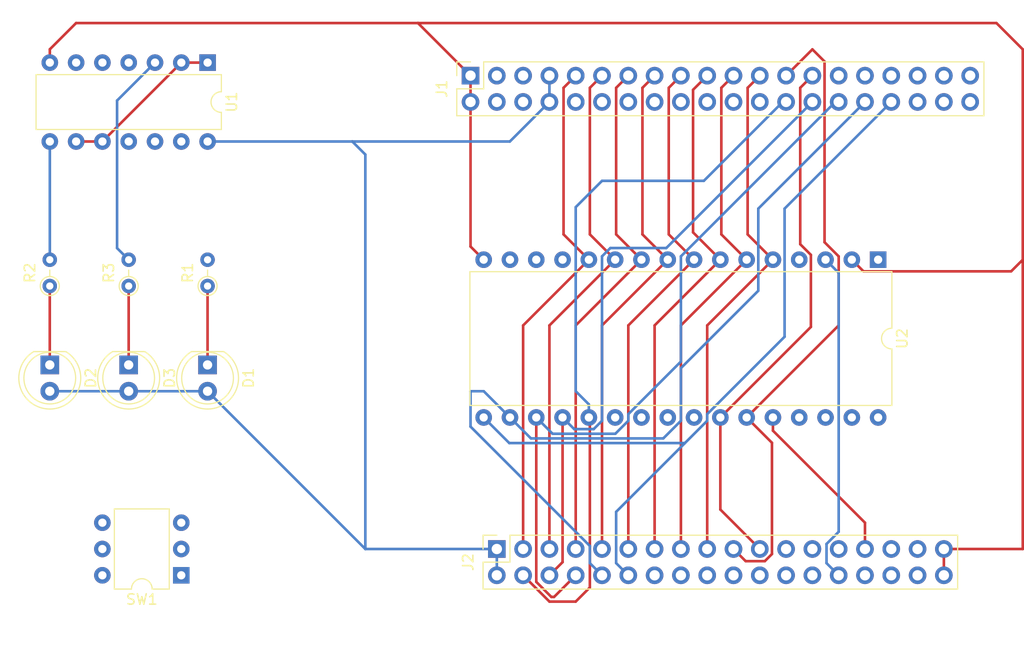
<source format=kicad_pcb>
(kicad_pcb (version 20211014) (generator pcbnew)
  (layers (0 "F.Cu" signal) (1 "In1.Cu" signal) (2 "In2.Cu" signal) (31 "B.Cu" signal) (34 "B.Paste" user) (35 "F.Paste" user) (36 "B.SilkS" user "B.Silkscreen") (37 "F.SilkS" user "F.Silkscreen") (38 "B.Mask" user) (39 "F.Mask" user) (44 "Edge.Cuts" user))
  (net 0 "")
  (net 1 "Net-(D1-Pad1)")
  (net 2 "GND")
  (net 4 "+5V")
  (net 5 "/A0")
  (net 6 "/A1")
  (net 7 "/A2")
  (net 8 "/A3")
  (net 9 "/A4")
  (net 10 "/A5")
  (net 11 "/A6")
  (net 12 "/A7")
  (net 13 "/A8")
  (net 14 "/A9")
  (net 15 "/A10")
  (net 16 "/A11")
  (net 17 "/A12")
  (net 18 "/A13")
  (net 19 "/A14")
  (net 20 "/A15")
  (net 21 "/D0")
  (net 22 "/D1")
  (net 23 "/D2")
  (net 24 "/D3")
  (net 25 "/D4")
  (net 26 "/D5")
  (net 27 "/D6")
  (net 28 "/D7")
  (net 29 "/A16")
  (net 30 "/CE#")
  (net 31 "/OE#")
  (net 32 "/WE#")
  (net 41 "Net-(R2-Pad1)")
  (net 42 "Net-(R3-Pad1)")
  (net 43 "Net-(SW1-Pad6)")
  (net 44 "Net-(SW1-Pad5)")
  (net 45 "Net-(R3-Pad2)")
  (footprint "LED_THT:LED_D5.0mm" (layer "F.Cu") (at 93.98 50.8 -90)
    (fp_text reference "D1" (at 1.27 -3.96 90) (layer "F.SilkS"))
    (fp_text value "Red")
    (fp_line (start -1.29 -1.545) (end -1.29 1.545) (layer "F.SilkS") (width 0.12))
    (fp_arc (start 4.26 -0.000462) (mid 2.072002 2.880433) (end -1.29 1.54483) (layer "F.SilkS") (width 0.12))
    (fp_arc (start -1.29 -1.54483) (mid 2.072002 -2.880433) (end 4.26 0.000462) (layer "F.SilkS") (width 0.12))
    (fp_circle (center 1.27 0) (end 3.77 0) (layer "F.SilkS") (width 0.12) (fill none))
    (pad "1" thru_hole rect (at 0 0 270) (size 1.8 1.8) (drill 0.9) (layers *.Cu *.Mask) (net 1 "Net-(D1-Pad1)"))
    (pad "2" thru_hole circle (at 2.54 0 270) (size 1.8 1.8) (drill 0.9) (layers *.Cu *.Mask) (net 4 "+5V"))
  )
  (footprint "Resistor_THT:R_Axial_DIN0204_L3.6mm_D1.6mm_P2.54mm_Vertical" (layer "F.Cu") (at 78.74 43.18 90)
    (fp_text reference "R2" (at 1.27 -1.92 90) (layer "F.SilkS"))
    (fp_text value "1k")
    (fp_line (start 0.92 0) (end 1.54 0) (layer "F.SilkS") (width 0.12))
    (fp_circle (center 0 0) (end 0.92 0) (layer "F.SilkS") (width 0.12) (fill none))
    (pad "1" thru_hole circle (at 0 0 90) (size 1.4 1.4) (drill 0.7) (layers *.Cu *.Mask) (net 41 "Net-(R2-Pad1)"))
    (pad "2" thru_hole oval (at 2.54 0 90) (size 1.4 1.4) (drill 0.7) (layers *.Cu *.Mask) (net 44 "Net-(SW1-Pad5)"))
  )
  (footprint "Resistor_THT:R_Axial_DIN0204_L3.6mm_D1.6mm_P2.54mm_Vertical" (layer "F.Cu") (at 86.36 43.18 90)
    (fp_text reference "R3" (at 1.27 -1.92 90) (layer "F.SilkS"))
    (fp_text value "220")
    (fp_line (start 0.92 0) (end 1.54 0) (layer "F.SilkS") (width 0.12))
    (fp_circle (center 0 0) (end 0.92 0) (layer "F.SilkS") (width 0.12) (fill none))
    (pad "1" thru_hole circle (at 0 0 90) (size 1.4 1.4) (drill 0.7) (layers *.Cu *.Mask) (net 42 "Net-(R3-Pad1)"))
    (pad "2" thru_hole oval (at 2.54 0 90) (size 1.4 1.4) (drill 0.7) (layers *.Cu *.Mask) (net 45 "Net-(R3-Pad2)"))
  )
  (footprint "Package_DIP:DIP-14_W7.62mm" (layer "F.Cu") (at 93.985 21.6 -90)
    (fp_text reference "U1" (at 3.81 -2.33 90) (layer "F.SilkS"))
    (fp_text value "74HC00")
    (fp_line (start 1.16 16.57) (end 6.46 16.57) (layer "F.SilkS") (width 0.12))
    (fp_line (start 2.81 -1.33) (end 1.16 -1.33) (layer "F.SilkS") (width 0.12))
    (fp_line (start 6.46 -1.33) (end 4.81 -1.33) (layer "F.SilkS") (width 0.12))
    (fp_line (start 6.46 16.57) (end 6.46 -1.33) (layer "F.SilkS") (width 0.12))
    (fp_line (start 1.16 -1.33) (end 1.16 16.57) (layer "F.SilkS") (width 0.12))
    (fp_arc (start 4.81 -1.33) (mid 3.81 -0.33) (end 2.81 -1.33) (layer "F.SilkS") (width 0.12))
    (pad "1" thru_hole rect (at 0 0 270) (size 1.6 1.6) (drill 0.8) (layers *.Cu *.Mask) (net 20 "/A15"))
    (pad "2" thru_hole oval (at 0 2.54 270) (size 1.6 1.6) (drill 0.8) (layers *.Cu *.Mask) (net 20 "/A15"))
    (pad "3" thru_hole oval (at 0 5.08 270) (size 1.6 1.6) (drill 0.8) (layers *.Cu *.Mask) (net 45 "Net-(R3-Pad2)"))
    (pad "4" thru_hole oval (at 0 7.62 270) (size 1.6 1.6) (drill 0.8) (layers *.Cu *.Mask))
    (pad "5" thru_hole oval (at 0 10.16 270) (size 1.6 1.6) (drill 0.8) (layers *.Cu *.Mask))
    (pad "6" thru_hole oval (at 0 12.7 270) (size 1.6 1.6) (drill 0.8) (layers *.Cu *.Mask))
    (pad "7" thru_hole oval (at 0 15.24 270) (size 1.6 1.6) (drill 0.8) (layers *.Cu *.Mask) (net 2 "GND"))
    (pad "8" thru_hole oval (at 7.62 15.24 270) (size 1.6 1.6) (drill 0.8) (layers *.Cu *.Mask) (net 44 "Net-(SW1-Pad5)"))
    (pad "9" thru_hole oval (at 7.62 12.7 270) (size 1.6 1.6) (drill 0.8) (layers *.Cu *.Mask) (net 20 "/A15"))
    (pad "10" thru_hole oval (at 7.62 10.16 270) (size 1.6 1.6) (drill 0.8) (layers *.Cu *.Mask) (net 20 "/A15"))
    (pad "11" thru_hole oval (at 7.62 7.62 270) (size 1.6 1.6) (drill 0.8) (layers *.Cu *.Mask))
    (pad "12" thru_hole oval (at 7.62 5.08 270) (size 1.6 1.6) (drill 0.8) (layers *.Cu *.Mask))
    (pad "13" thru_hole oval (at 7.62 2.54 270) (size 1.6 1.6) (drill 0.8) (layers *.Cu *.Mask))
    (pad "14" thru_hole oval (at 7.62 0 270) (size 1.6 1.6) (drill 0.8) (layers *.Cu *.Mask) (net 4 "+5V"))
  )
  (footprint "Package_DIP:DIP-32_W15.24mm" (layer "F.Cu") (at 158.75 40.635 -90)
    (fp_text reference "U2" (at 7.62 -2.33 90) (layer "F.SilkS"))
    (fp_text value "SST39SF010")
    (fp_line (start 14.08 39.43) (end 14.08 -1.33) (layer "F.SilkS") (width 0.12))
    (fp_line (start 14.08 -1.33) (end 8.62 -1.33) (layer "F.SilkS") (width 0.12))
    (fp_line (start 1.16 -1.33) (end 1.16 39.43) (layer "F.SilkS") (width 0.12))
    (fp_line (start 6.62 -1.33) (end 1.16 -1.33) (layer "F.SilkS") (width 0.12))
    (fp_line (start 1.16 39.43) (end 14.08 39.43) (layer "F.SilkS") (width 0.12))
    (fp_arc (start 8.62 -1.33) (mid 7.62 -0.33) (end 6.62 -1.33) (layer "F.SilkS") (width 0.12))
    (pad "1" thru_hole rect (at 0 0 270) (size 1.6 1.6) (drill 0.8) (layers *.Cu *.Mask))
    (pad "2" thru_hole oval (at 0 2.54 270) (size 1.6 1.6) (drill 0.8) (layers *.Cu *.Mask) (net 2 "GND"))
    (pad "3" thru_hole oval (at 0 5.08 270) (size 1.6 1.6) (drill 0.8) (layers *.Cu *.Mask) (net 20 "/A15"))
    (pad "4" thru_hole oval (at 0 7.62 270) (size 1.6 1.6) (drill 0.8) (layers *.Cu *.Mask) (net 17 "/A12"))
    (pad "5" thru_hole oval (at 0 10.16 270) (size 1.6 1.6) (drill 0.8) (layers *.Cu *.Mask) (net 12 "/A7"))
    (pad "6" thru_hole oval (at 0 12.7 270) (size 1.6 1.6) (drill 0.8) (layers *.Cu *.Mask) (net 11 "/A6"))
    (pad "7" thru_hole oval (at 0 15.24 270) (size 1.6 1.6) (drill 0.8) (layers *.Cu *.Mask) (net 10 "/A5"))
    (pad "8" thru_hole oval (at 0 17.78 270) (size 1.6 1.6) (drill 0.8) (layers *.Cu *.Mask) (net 9 "/A4"))
    (pad "9" thru_hole oval (at 0 20.32 270) (size 1.6 1.6) (drill 0.8) (layers *.Cu *.Mask) (net 8 "/A3"))
    (pad "10" thru_hole oval (at 0 22.86 270) (size 1.6 1.6) (drill 0.8) (layers *.Cu *.Mask) (net 7 "/A2"))
    (pad "11" thru_hole oval (at 0 25.4 270) (size 1.6 1.6) (drill 0.8) (layers *.Cu *.Mask) (net 6 "/A1"))
    (pad "12" thru_hole oval (at 0 27.94 270) (size 1.6 1.6) (drill 0.8) (layers *.Cu *.Mask) (net 5 "/A0"))
    (pad "13" thru_hole oval (at 0 30.48 270) (size 1.6 1.6) (drill 0.8) (layers *.Cu *.Mask) (net 21 "/D0"))
    (pad "14" thru_hole oval (at 0 33.02 270) (size 1.6 1.6) (drill 0.8) (layers *.Cu *.Mask) (net 22 "/D1"))
    (pad "15" thru_hole oval (at 0 35.56 270) (size 1.6 1.6) (drill 0.8) (layers *.Cu *.Mask) (net 23 "/D2"))
    (pad "16" thru_hole oval (at 0 38.1 270) (size 1.6 1.6) (drill 0.8) (layers *.Cu *.Mask) (net 2 "GND"))
    (pad "17" thru_hole oval (at 15.24 38.1 270) (size 1.6 1.6) (drill 0.8) (layers *.Cu *.Mask) (net 24 "/D3"))
    (pad "18" thru_hole oval (at 15.24 35.56 270) (size 1.6 1.6) (drill 0.8) (layers *.Cu *.Mask) (net 25 "/D4"))
    (pad "19" thru_hole oval (at 15.24 33.02 270) (size 1.6 1.6) (drill 0.8) (layers *.Cu *.Mask) (net 26 "/D5"))
    (pad "20" thru_hole oval (at 15.24 30.48 270) (size 1.6 1.6) (drill 0.8) (layers *.Cu *.Mask) (net 27 "/D6"))
    (pad "21" thru_hole oval (at 15.24 27.94 270) (size 1.6 1.6) (drill 0.8) (layers *.Cu *.Mask) (net 28 "/D7"))
    (pad "22" thru_hole oval (at 15.24 25.4 270) (size 1.6 1.6) (drill 0.8) (layers *.Cu *.Mask) (net 44 "Net-(SW1-Pad5)"))
    (pad "23" thru_hole oval (at 15.24 22.86 270) (size 1.6 1.6) (drill 0.8) (layers *.Cu *.Mask) (net 15 "/A10"))
    (pad "24" thru_hole oval (at 15.24 20.32 270) (size 1.6 1.6) (drill 0.8) (layers *.Cu *.Mask) (net 45 "Net-(R3-Pad2)"))
    (pad "25" thru_hole oval (at 15.24 17.78 270) (size 1.6 1.6) (drill 0.8) (layers *.Cu *.Mask) (net 16 "/A11"))
    (pad "26" thru_hole oval (at 15.24 15.24 270) (size 1.6 1.6) (drill 0.8) (layers *.Cu *.Mask) (net 14 "/A9"))
    (pad "27" thru_hole oval (at 15.24 12.7 270) (size 1.6 1.6) (drill 0.8) (layers *.Cu *.Mask) (net 13 "/A8"))
    (pad "28" thru_hole oval (at 15.24 10.16 270) (size 1.6 1.6) (drill 0.8) (layers *.Cu *.Mask) (net 18 "/A13"))
    (pad "29" thru_hole oval (at 15.24 7.62 270) (size 1.6 1.6) (drill 0.8) (layers *.Cu *.Mask) (net 19 "/A14"))
    (pad "30" thru_hole oval (at 15.24 5.08 270) (size 1.6 1.6) (drill 0.8) (layers *.Cu *.Mask))
    (pad "31" thru_hole oval (at 15.24 2.54 270) (size 1.6 1.6) (drill 0.8) (layers *.Cu *.Mask) (net 43 "Net-(SW1-Pad6)"))
    (pad "32" thru_hole oval (at 15.24 0 270) (size 1.6 1.6) (drill 0.8) (layers *.Cu *.Mask) (net 4 "+5V"))
  )
  (footprint "Connector_PinSocket_2.54mm:PinSocket_2x18_P2.54mm_Vertical" (layer "F.Cu") (at 121.92 68.58 90)
    (fp_text reference "J2" (at -1.27 -2.77 90) (layer "F.SilkS"))
    (fp_text value "Conn_02x19_Odd_Even")
    (fp_line (start 1.33 -1.33) (end 1.33 0) (layer "F.SilkS") (width 0.12))
    (fp_line (start -3.87 -1.33) (end -1.27 -1.33) (layer "F.SilkS") (width 0.12))
    (fp_line (start 1.33 1.27) (end 1.33 44.51) (layer "F.SilkS") (width 0.12))
    (fp_line (start 0 -1.33) (end 1.33 -1.33) (layer "F.SilkS") (width 0.12))
    (fp_line (start -3.87 44.51) (end 1.33 44.51) (layer "F.SilkS") (width 0.12))
    (fp_line (start -1.27 -1.33) (end -1.27 1.27) (layer "F.SilkS") (width 0.12))
    (fp_line (start -3.87 -1.33) (end -3.87 44.51) (layer "F.SilkS") (width 0.12))
    (fp_line (start -1.27 1.27) (end 1.33 1.27) (layer "F.SilkS") (width 0.12))
    (pad "1" thru_hole rect (at 0 0 90) (size 1.7 1.7) (drill 1) (layers *.Cu *.Mask) (net 4 "+5V"))
    (pad "2" thru_hole oval (at -2.54 0 90) (size 1.7 1.7) (drill 1) (layers *.Cu *.Mask) (net 4 "+5V"))
    (pad "3" thru_hole oval (at 0 2.54 90) (size 1.7 1.7) (drill 1) (layers *.Cu *.Mask) (net 5 "/A0"))
    (pad "4" thru_hole oval (at -2.54 2.54 90) (size 1.7 1.7) (drill 1) (layers *.Cu *.Mask) (net 28 "/D7"))
    (pad "5" thru_hole oval (at 0 5.08 90) (size 1.7 1.7) (drill 1) (layers *.Cu *.Mask) (net 6 "/A1"))
    (pad "6" thru_hole oval (at -2.54 5.08 90) (size 1.7 1.7) (drill 1) (layers *.Cu *.Mask) (net 27 "/D6"))
    (pad "7" thru_hole oval (at 0 7.62 90) (size 1.7 1.7) (drill 1) (layers *.Cu *.Mask) (net 7 "/A2"))
    (pad "8" thru_hole oval (at -2.54 7.62 90) (size 1.7 1.7) (drill 1) (layers *.Cu *.Mask) (net 26 "/D5"))
    (pad "9" thru_hole oval (at 0 10.16 90) (size 1.7 1.7) (drill 1) (layers *.Cu *.Mask) (net 8 "/A3"))
    (pad "10" thru_hole oval (at -2.54 10.16 90) (size 1.7 1.7) (drill 1) (layers *.Cu *.Mask) (net 25 "/D4"))
    (pad "11" thru_hole oval (at 0 12.7 90) (size 1.7 1.7) (drill 1) (layers *.Cu *.Mask) (net 9 "/A4"))
    (pad "12" thru_hole oval (at -2.54 12.7 90) (size 1.7 1.7) (drill 1) (layers *.Cu *.Mask) (net 24 "/D3"))
    (pad "13" thru_hole oval (at 0 15.24 90) (size 1.7 1.7) (drill 1) (layers *.Cu *.Mask) (net 10 "/A5"))
    (pad "14" thru_hole oval (at -2.54 15.24 90) (size 1.7 1.7) (drill 1) (layers *.Cu *.Mask) (net 23 "/D2"))
    (pad "15" thru_hole oval (at 0 17.78 90) (size 1.7 1.7) (drill 1) (layers *.Cu *.Mask) (net 11 "/A6"))
    (pad "16" thru_hole oval (at -2.54 17.78 90) (size 1.7 1.7) (drill 1) (layers *.Cu *.Mask) (net 22 "/D1"))
    (pad "17" thru_hole oval (at 0 20.32 90) (size 1.7 1.7) (drill 1) (layers *.Cu *.Mask) (net 12 "/A7"))
    (pad "18" thru_hole oval (at -2.54 20.32 90) (size 1.7 1.7) (drill 1) (layers *.Cu *.Mask) (net 21 "/D0"))
    (pad "19" thru_hole oval (at 0 22.86 90) (size 1.7 1.7) (drill 1) (layers *.Cu *.Mask) (net 13 "/A8"))
    (pad "20" thru_hole oval (at -2.54 22.86 90) (size 1.7 1.7) (drill 1) (layers *.Cu *.Mask) (net 32 "/WE#"))
    (pad "21" thru_hole oval (at 0 25.4 90) (size 1.7 1.7) (drill 1) (layers *.Cu *.Mask) (net 14 "/A9"))
    (pad "22" thru_hole oval (at -2.54 25.4 90) (size 1.7 1.7) (drill 1) (layers *.Cu *.Mask) (net 31 "/OE#"))
    (pad "23" thru_hole oval (at 0 27.94 90) (size 1.7 1.7) (drill 1) (layers *.Cu *.Mask) (net 15 "/A10"))
    (pad "24" thru_hole oval (at -2.54 27.94 90) (size 1.7 1.7) (drill 1) (layers *.Cu *.Mask) (net 30 "/CE#"))
    (pad "25" thru_hole oval (at 0 30.48 90) (size 1.7 1.7) (drill 1) (layers *.Cu *.Mask) (net 16 "/A11"))
    (pad "26" thru_hole oval (at -2.54 30.48 90) (size 1.7 1.7) (drill 1) (layers *.Cu *.Mask) (net 29 "/A16"))
    (pad "27" thru_hole oval (at 0 33.02 90) (size 1.7 1.7) (drill 1) (layers *.Cu *.Mask) (net 17 "/A12"))
    (pad "28" thru_hole oval (at -2.54 33.02 90) (size 1.7 1.7) (drill 1) (layers *.Cu *.Mask) (net 20 "/A15"))
    (pad "29" thru_hole oval (at 0 35.56 90) (size 1.7 1.7) (drill 1) (layers *.Cu *.Mask) (net 18 "/A13"))
    (pad "30" thru_hole oval (at -2.54 35.56 90) (size 1.7 1.7) (drill 1) (layers *.Cu *.Mask) (net 19 "/A14"))
    (pad "31" thru_hole oval (at 0 38.1 90) (size 1.7 1.7) (drill 1) (layers *.Cu *.Mask))
    (pad "32" thru_hole oval (at -2.54 38.1 90) (size 1.7 1.7) (drill 1) (layers *.Cu *.Mask))
    (pad "33" thru_hole oval (at 0 40.64 90) (size 1.7 1.7) (drill 1) (layers *.Cu *.Mask))
    (pad "34" thru_hole oval (at -2.54 40.64 90) (size 1.7 1.7) (drill 1) (layers *.Cu *.Mask))
    (pad "35" thru_hole oval (at 0 43.18 90) (size 1.7 1.7) (drill 1) (layers *.Cu *.Mask) (net 2 "GND"))
    (pad "36" thru_hole oval (at -2.54 43.18 90) (size 1.7 1.7) (drill 1) (layers *.Cu *.Mask) (net 2 "GND"))
  )
  (footprint "LED_THT:LED_D5.0mm" (layer "F.Cu") (at 86.36 50.8 -90)
    (fp_text reference "D3" (at 1.27 -3.96 90) (layer "F.SilkS"))
    (fp_text value "Yellow")
    (fp_line (start -1.29 -1.545) (end -1.29 1.545) (layer "F.SilkS") (width 0.12))
    (fp_arc (start -1.29 -1.54483) (mid 2.072002 -2.880433) (end 4.26 0.000462) (layer "F.SilkS") (width 0.12))
    (fp_arc (start 4.26 -0.000462) (mid 2.072002 2.880433) (end -1.29 1.54483) (layer "F.SilkS") (width 0.12))
    (fp_circle (center 1.27 0) (end 3.77 0) (layer "F.SilkS") (width 0.12) (fill none))
    (pad "1" thru_hole rect (at 0 0 270) (size 1.8 1.8) (drill 0.9) (layers *.Cu *.Mask) (net 42 "Net-(R3-Pad1)"))
    (pad "2" thru_hole circle (at 2.54 0 270) (size 1.8 1.8) (drill 0.9) (layers *.Cu *.Mask) (net 4 "+5V"))
  )
  (footprint "LED_THT:LED_D5.0mm" (layer "F.Cu") (at 78.74 50.8 -90)
    (fp_text reference "D2" (at 1.27 -3.96 90) (layer "F.SilkS"))
    (fp_text value "Blue")
    (fp_line (start -1.29 -1.545) (end -1.29 1.545) (layer "F.SilkS") (width 0.12))
    (fp_arc (start -1.29 -1.54483) (mid 2.072002 -2.880433) (end 4.26 0.000462) (layer "F.SilkS") (width 0.12))
    (fp_arc (start 4.26 -0.000462) (mid 2.072002 2.880433) (end -1.29 1.54483) (layer "F.SilkS") (width 0.12))
    (fp_circle (center 1.27 0) (end 3.77 0) (layer "F.SilkS") (width 0.12) (fill none))
    (pad "1" thru_hole rect (at 0 0 270) (size 1.8 1.8) (drill 0.9) (layers *.Cu *.Mask) (net 41 "Net-(R2-Pad1)"))
    (pad "2" thru_hole circle (at 2.54 0 270) (size 1.8 1.8) (drill 0.9) (layers *.Cu *.Mask) (net 4 "+5V"))
  )
  (footprint "Resistor_THT:R_Axial_DIN0204_L3.6mm_D1.6mm_P2.54mm_Vertical" (layer "F.Cu") (at 93.98 43.18 90)
    (fp_text reference "R1" (at 1.27 -1.92 90) (layer "F.SilkS"))
    (fp_text value "1k")
    (fp_line (start 0.92 0) (end 1.54 0) (layer "F.SilkS") (width 0.12))
    (fp_circle (center 0 0) (end 0.92 0) (layer "F.SilkS") (width 0.12) (fill none))
    (pad "1" thru_hole circle (at 0 0 90) (size 1.4 1.4) (drill 0.7) (layers *.Cu *.Mask) (net 1 "Net-(D1-Pad1)"))
    (pad "2" thru_hole oval (at 2.54 0 90) (size 1.4 1.4) (drill 0.7) (layers *.Cu *.Mask) (net 43 "Net-(SW1-Pad6)"))
  )
  (footprint "Package_DIP:DIP-6_W7.62mm" (layer "F.Cu") (at 91.44 71.12 180)
    (fp_text reference "SW1" (at 3.81 -2.33) (layer "F.SilkS"))
    (fp_text value "PRG enable")
    (fp_line (start 1.16 6.41) (end 6.46 6.41) (layer "F.SilkS") (width 0.12))
    (fp_line (start 2.81 -1.33) (end 1.16 -1.33) (layer "F.SilkS") (width 0.12))
    (fp_line (start 6.46 -1.33) (end 4.81 -1.33) (layer "F.SilkS") (width 0.12))
    (fp_line (start 1.16 -1.33) (end 1.16 6.41) (layer "F.SilkS") (width 0.12))
    (fp_line (start 6.46 6.41) (end 6.46 -1.33) (layer "F.SilkS") (width 0.12))
    (fp_arc (start 4.81 -1.33) (mid 3.81 -0.33) (end 2.81 -1.33) (layer "F.SilkS") (width 0.12))
    (pad "1" thru_hole rect (at 0 0 180) (size 1.6 1.6) (drill 0.8) (layers *.Cu *.Mask) (net 32 "/WE#"))
    (pad "2" thru_hole oval (at 0 2.54 180) (size 1.6 1.6) (drill 0.8) (layers *.Cu *.Mask) (net 30 "/CE#"))
    (pad "3" thru_hole oval (at 0 5.08 180) (size 1.6 1.6) (drill 0.8) (layers *.Cu *.Mask) (net 31 "/OE#"))
    (pad "4" thru_hole oval (at 7.62 5.08 180) (size 1.6 1.6) (drill 0.8) (layers *.Cu *.Mask) (net 45 "Net-(R3-Pad2)"))
    (pad "5" thru_hole oval (at 7.62 2.54 180) (size 1.6 1.6) (drill 0.8) (layers *.Cu *.Mask) (net 44 "Net-(SW1-Pad5)"))
    (pad "6" thru_hole oval (at 7.62 0 180) (size 1.6 1.6) (drill 0.8) (layers *.Cu *.Mask) (net 43 "Net-(SW1-Pad6)"))
  )
  (footprint "Connector_PinSocket_2.54mm:PinSocket_2x20_P2.54mm_Vertical" (layer "F.Cu") (at 119.38 22.86 90)
    (fp_text reference "J1" (at -1.27 -2.77 90) (layer "F.SilkS"))
    (fp_text value "Conn_02x20_Odd_Even")
    (fp_line (start -1.27 -1.33) (end -1.27 1.27) (layer "F.SilkS") (width 0.12))
    (fp_line (start 0 -1.33) (end 1.33 -1.33) (layer "F.SilkS") (width 0.12))
    (fp_line (start -3.87 49.59) (end 1.33 49.59) (layer "F.SilkS") (width 0.12))
    (fp_line (start -3.87 -1.33) (end -1.27 -1.33) (layer "F.SilkS") (width 0.12))
    (fp_line (start -3.87 -1.33) (end -3.87 49.59) (layer "F.SilkS") (width 0.12))
    (fp_line (start -1.27 1.27) (end 1.33 1.27) (layer "F.SilkS") (width 0.12))
    (fp_line (start 1.33 -1.33) (end 1.33 0) (layer "F.SilkS") (width 0.12))
    (fp_line (start 1.33 1.27) (end 1.33 49.59) (layer "F.SilkS") (width 0.12))
    (pad "1" thru_hole rect (at 0 0 90) (size 1.7 1.7) (drill 1) (layers *.Cu *.Mask) (net 2 "GND"))
    (pad "2" thru_hole oval (at -2.54 0 90) (size 1.7 1.7) (drill 1) (layers *.Cu *.Mask) (net 2 "GND"))
    (pad "3" thru_hole oval (at 0 2.54 90) (size 1.7 1.7) (drill 1) (layers *.Cu *.Mask))
    (pad "4" thru_hole oval (at -2.54 2.54 90) (size 1.7 1.7) (drill 1) (layers *.Cu *.Mask))
    (pad "5" thru_hole oval (at 0 5.08 90) (size 1.7 1.7) (drill 1) (layers *.Cu *.Mask))
    (pad "6" thru_hole oval (at -2.54 5.08 90) (size 1.7 1.7) (drill 1) (layers *.Cu *.Mask))
    (pad "7" thru_hole oval (at 0 7.62 90) (size 1.7 1.7) (drill 1) (layers *.Cu *.Mask) (net 4 "+5V"))
    (pad "8" thru_hole oval (at -2.54 7.62 90) (size 1.7 1.7) (drill 1) (layers *.Cu *.Mask) (net 4 "+5V"))
    (pad "9" thru_hole oval (at 0 10.16 90) (size 1.7 1.7) (drill 1) (layers *.Cu *.Mask) (net 5 "/A0"))
    (pad "10" thru_hole oval (at -2.54 10.16 90) (size 1.7 1.7) (drill 1) (layers *.Cu *.Mask))
    (pad "11" thru_hole oval (at 0 12.7 90) (size 1.7 1.7) (drill 1) (layers *.Cu *.Mask) (net 6 "/A1"))
    (pad "12" thru_hole oval (at -2.54 12.7 90) (size 1.7 1.7) (drill 1) (layers *.Cu *.Mask))
    (pad "13" thru_hole oval (at 0 15.24 90) (size 1.7 1.7) (drill 1) (layers *.Cu *.Mask) (net 7 "/A2"))
    (pad "14" thru_hole oval (at -2.54 15.24 90) (size 1.7 1.7) (drill 1) (layers *.Cu *.Mask))
    (pad "15" thru_hole oval (at 0 17.78 90) (size 1.7 1.7) (drill 1) (layers *.Cu *.Mask) (net 8 "/A3"))
    (pad "16" thru_hole oval (at -2.54 17.78 90) (size 1.7 1.7) (drill 1) (layers *.Cu *.Mask))
    (pad "17" thru_hole oval (at 0 20.32 90) (size 1.7 1.7) (drill 1) (layers *.Cu *.Mask) (net 9 "/A4"))
    (pad "18" thru_hole oval (at -2.54 20.32 90) (size 1.7 1.7) (drill 1) (layers *.Cu *.Mask))
    (pad "19" thru_hole oval (at 0 22.86 90) (size 1.7 1.7) (drill 1) (layers *.Cu *.Mask) (net 10 "/A5"))
    (pad "20" thru_hole oval (at -2.54 22.86 90) (size 1.7 1.7) (drill 1) (layers *.Cu *.Mask))
    (pad "21" thru_hole oval (at 0 25.4 90) (size 1.7 1.7) (drill 1) (layers *.Cu *.Mask) (net 11 "/A6"))
    (pad "22" thru_hole oval (at -2.54 25.4 90) (size 1.7 1.7) (drill 1) (layers *.Cu *.Mask))
    (pad "23" thru_hole oval (at 0 27.94 90) (size 1.7 1.7) (drill 1) (layers *.Cu *.Mask) (net 12 "/A7"))
    (pad "24" thru_hole oval (at -2.54 27.94 90) (size 1.7 1.7) (drill 1) (layers *.Cu *.Mask))
    (pad "25" thru_hole oval (at 0 30.48 90) (size 1.7 1.7) (drill 1) (layers *.Cu *.Mask) (net 13 "/A8"))
    (pad "26" thru_hole oval (at -2.54 30.48 90) (size 1.7 1.7) (drill 1) (layers *.Cu *.Mask) (net 28 "/D7"))
    (pad "27" thru_hole oval (at 0 33.02 90) (size 1.7 1.7) (drill 1) (layers *.Cu *.Mask) (net 14 "/A9"))
    (pad "28" thru_hole oval (at -2.54 33.02 90) (size 1.7 1.7) (drill 1) (layers *.Cu *.Mask) (net 27 "/D6"))
    (pad "29" thru_hole oval (at 0 35.56 90) (size 1.7 1.7) (drill 1) (layers *.Cu *.Mask) (net 15 "/A10"))
    (pad "30" thru_hole oval (at -2.54 35.56 90) (size 1.7 1.7) (drill 1) (layers *.Cu *.Mask) (net 26 "/D5"))
    (pad "31" thru_hole oval (at 0 38.1 90) (size 1.7 1.7) (drill 1) (layers *.Cu *.Mask) (net 16 "/A11"))
    (pad "32" thru_hole oval (at -2.54 38.1 90) (size 1.7 1.7) (drill 1) (layers *.Cu *.Mask) (net 25 "/D4"))
    (pad "33" thru_hole oval (at 0 40.64 90) (size 1.7 1.7) (drill 1) (layers *.Cu *.Mask) (net 17 "/A12"))
    (pad "34" thru_hole oval (at -2.54 40.64 90) (size 1.7 1.7) (drill 1) (layers *.Cu *.Mask) (net 24 "/D3"))
    (pad "35" thru_hole oval (at 0 43.18 90) (size 1.7 1.7) (drill 1) (layers *.Cu *.Mask) (net 18 "/A13"))
    (pad "36" thru_hole oval (at -2.54 43.18 90) (size 1.7 1.7) (drill 1) (layers *.Cu *.Mask) (net 23 "/D2"))
    (pad "37" thru_hole oval (at 0 45.72 90) (size 1.7 1.7) (drill 1) (layers *.Cu *.Mask) (net 19 "/A14"))
    (pad "38" thru_hole oval (at -2.54 45.72 90) (size 1.7 1.7) (drill 1) (layers *.Cu *.Mask) (net 22 "/D1"))
    (pad "39" thru_hole oval (at 0 48.26 90) (size 1.7 1.7) (drill 1) (layers *.Cu *.Mask) (net 20 "/A15"))
    (pad "40" thru_hole oval (at -2.54 48.26 90) (size 1.7 1.7) (drill 1) (layers *.Cu *.Mask) (net 21 "/D0"))
  )
  (segment (start 93.98 43.18) (end 93.98 50.8) (width 0.25) (layer "F.Cu") (net 1))
  (segment (start 81.28 17.78) (end 78.745 20.315) (width 0.25) (layer "F.Cu") (net 2))
  (segment (start 114.3 17.78) (end 81.28 17.78) (width 0.25) (layer "F.Cu") (net 2))
  (segment (start 119.38 22.86) (end 119.38 39.365) (width 0.25) (layer "F.Cu") (net 2))
  (segment (start 172.72 68.58) (end 165.1 68.58) (width 0.25) (layer "F.Cu") (net 2))
  (segment (start 157.334511 41.759511) (end 171.600489 41.759511) (width 0.25) (layer "F.Cu") (net 2))
  (segment (start 171.600489 41.759511) (end 172.72 40.64) (width 0.25) (layer "F.Cu") (net 2))
  (segment (start 78.745 20.315) (end 78.745 21.6) (width 0.25) (layer "F.Cu") (net 2))
  (segment (start 119.38 39.365) (end 120.65 40.635) (width 0.25) (layer "F.Cu") (net 2))
  (segment (start 119.38 22.86) (end 114.3 17.78) (width 0.25) (layer "F.Cu") (net 2))
  (segment (start 165.1 68.58) (end 165.1 71.12) (width 0.25) (layer "F.Cu") (net 2))
  (segment (start 114.3 17.78) (end 170.18 17.78) (width 0.25) (layer "F.Cu") (net 2))
  (segment (start 156.21 40.635) (end 157.334511 41.759511) (width 0.25) (layer "F.Cu") (net 2))
  (segment (start 170.18 17.78) (end 172.72 20.32) (width 0.25) (layer "F.Cu") (net 2))
  (segment (start 172.72 20.32) (end 172.72 68.58) (width 0.25) (layer "F.Cu") (net 2))
  (segment (start 127 25.4) (end 123.18 29.22) (width 0.25) (layer "B.Cu") (net 4))
  (segment (start 109.22 30.48) (end 109.22 68.58) (width 0.25) (layer "B.Cu") (net 4))
  (segment (start 86.36 53.34) (end 93.98 53.34) (width 0.25) (layer "B.Cu") (net 4))
  (segment (start 127 22.86) (end 127 25.4) (width 0.25) (layer "B.Cu") (net 4))
  (segment (start 107.96 29.22) (end 109.22 30.48) (width 0.25) (layer "B.Cu") (net 4))
  (segment (start 78.74 53.34) (end 86.36 53.34) (width 0.25) (layer "B.Cu") (net 4))
  (segment (start 109.22 68.58) (end 121.92 68.58) (width 0.25) (layer "B.Cu") (net 4))
  (segment (start 123.18 29.22) (end 107.96 29.22) (width 0.25) (layer "B.Cu") (net 4))
  (segment (start 121.92 68.58) (end 121.92 71.12) (width 0.25) (layer "B.Cu") (net 4))
  (segment (start 107.96 29.22) (end 93.985 29.22) (width 0.25) (layer "B.Cu") (net 4))
  (segment (start 93.98 53.34) (end 109.22 68.58) (width 0.25) (layer "B.Cu") (net 4))
  (segment (start 128.365489 24.034511) (end 128.365489 38.190489) (width 0.25) (layer "F.Cu") (net 5))
  (segment (start 130.81 40.635) (end 124.46 46.985) (width 0.25) (layer "F.Cu") (net 5))
  (segment (start 124.46 46.985) (end 124.46 68.58) (width 0.25) (layer "F.Cu") (net 5))
  (segment (start 129.54 22.86) (end 128.365489 24.034511) (width 0.25) (layer "F.Cu") (net 5))
  (segment (start 128.365489 38.190489) (end 130.81 40.635) (width 0.25) (layer "F.Cu") (net 5))
  (segment (start 130.905489 24.034511) (end 130.905489 38.190489) (width 0.25) (layer "F.Cu") (net 6))
  (segment (start 132.08 22.86) (end 130.905489 24.034511) (width 0.25) (layer "F.Cu") (net 6))
  (segment (start 133.35 40.635) (end 127 46.985) (width 0.25) (layer "F.Cu") (net 6))
  (segment (start 127 46.985) (end 127 68.58) (width 0.25) (layer "F.Cu") (net 6))
  (segment (start 130.905489 38.190489) (end 133.35 40.635) (width 0.25) (layer "F.Cu") (net 6))
  (segment (start 133.445489 38.190489) (end 135.89 40.635) (width 0.25) (layer "F.Cu") (net 7))
  (segment (start 134.62 22.86) (end 133.445489 24.034511) (width 0.25) (layer "F.Cu") (net 7))
  (segment (start 129.54 46.985) (end 129.54 68.58) (width 0.25) (layer "F.Cu") (net 7))
  (segment (start 133.445489 24.034511) (end 133.445489 38.190489) (width 0.25) (layer "F.Cu") (net 7))
  (segment (start 135.89 40.635) (end 129.54 46.985) (width 0.25) (layer "F.Cu") (net 7))
  (segment (start 135.985489 24.034511) (end 135.985489 38.190489) (width 0.25) (layer "F.Cu") (net 8))
  (segment (start 132.08 68.58) (end 132.08 46.985) (width 0.25) (layer "F.Cu") (net 8))
  (segment (start 132.08 46.985) (end 138.43 40.635) (width 0.25) (layer "F.Cu") (net 8))
  (segment (start 137.16 22.86) (end 135.985489 24.034511) (width 0.25) (layer "F.Cu") (net 8))
  (segment (start 135.985489 38.190489) (end 138.43 40.635) (width 0.25) (layer "F.Cu") (net 8))
  (segment (start 138.525489 24.034511) (end 138.525489 38.190489) (width 0.25) (layer "F.Cu") (net 9))
  (segment (start 139.7 22.86) (end 138.525489 24.034511) (width 0.25) (layer "F.Cu") (net 9))
  (segment (start 140.97 40.635) (end 134.62 46.985) (width 0.25) (layer "F.Cu") (net 9))
  (segment (start 138.525489 38.190489) (end 140.97 40.635) (width 0.25) (layer "F.Cu") (net 9))
  (segment (start 134.62 46.985) (end 134.62 68.58) (width 0.25) (layer "F.Cu") (net 9))
  (segment (start 140.874511 24.225489) (end 140.874511 37.999511) (width 0.25) (layer "F.Cu") (net 10))
  (segment (start 143.51 40.635) (end 137.16 46.985) (width 0.25) (layer "F.Cu") (net 10))
  (segment (start 142.24 22.86) (end 140.874511 24.225489) (width 0.25) (layer "F.Cu") (net 10))
  (segment (start 137.16 46.985) (end 137.16 68.58) (width 0.25) (layer "F.Cu") (net 10))
  (segment (start 140.874511 37.999511) (end 143.51 40.635) (width 0.25) (layer "F.Cu") (net 10))
  (segment (start 146.05 40.635) (end 139.7 46.985) (width 0.25) (layer "F.Cu") (net 11))
  (segment (start 139.7 46.985) (end 139.7 68.58) (width 0.25) (layer "F.Cu") (net 11))
  (segment (start 144.78 22.86) (end 143.605489 24.034511) (width 0.25) (layer "F.Cu") (net 11))
  (segment (start 143.605489 24.034511) (end 143.605489 38.190489) (width 0.25) (layer "F.Cu") (net 11))
  (segment (start 143.605489 38.190489) (end 146.05 40.635) (width 0.25) (layer "F.Cu") (net 11))
  (segment (start 148.59 40.635) (end 142.24 46.985) (width 0.25) (layer "F.Cu") (net 12))
  (segment (start 142.24 46.985) (end 142.24 68.58) (width 0.25) (layer "F.Cu") (net 12))
  (segment (start 146.145489 38.190489) (end 148.59 40.635) (width 0.25) (layer "F.Cu") (net 12))
  (segment (start 147.32 22.86) (end 146.145489 24.034511) (width 0.25) (layer "F.Cu") (net 12))
  (segment (start 146.145489 24.034511) (end 146.145489 38.190489) (width 0.25) (layer "F.Cu") (net 12))
  (segment (start 145.954511 69.754511) (end 144.78 68.58) (width 0.25) (layer "F.Cu") (net 13))
  (segment (start 154.94 46.985) (end 146.05 55.875) (width 0.25) (layer "F.Cu") (net 13))
  (segment (start 153.574511 21.494511) (end 153.574511 38.949211) (width 0.25) (layer "F.Cu") (net 13))
  (segment (start 148.494511 58.319511) (end 148.494511 69.066499) (width 0.25) (layer "F.Cu") (net 13))
  (segment (start 147.806499 69.754511) (end 145.954511 69.754511) (width 0.25) (layer "F.Cu") (net 13))
  (segment (start 152.4 20.32) (end 153.574511 21.494511) (width 0.25) (layer "F.Cu") (net 13))
  (segment (start 149.86 22.86) (end 152.4 20.32) (width 0.25) (layer "F.Cu") (net 13))
  (segment (start 153.574511 38.949211) (end 154.94 40.3147) (width 0.25) (layer "F.Cu") (net 13))
  (segment (start 154.94 40.3147) (end 154.94 46.985) (width 0.25) (layer "F.Cu") (net 13))
  (segment (start 148.494511 69.066499) (end 147.806499 69.754511) (width 0.25) (layer "F.Cu") (net 13))
  (segment (start 146.05 55.875) (end 148.494511 58.319511) (width 0.25) (layer "F.Cu") (net 13))
  (segment (start 152.254511 47.130489) (end 143.51 55.875) (width 0.25) (layer "F.Cu") (net 14))
  (segment (start 151.225489 39.140189) (end 152.254511 40.169211) (width 0.25) (layer "F.Cu") (net 14))
  (segment (start 152.254511 40.169211) (end 152.254511 47.130489) (width 0.25) (layer "F.Cu") (net 14))
  (segment (start 143.51 55.875) (end 143.51 64.77) (width 0.25) (layer "F.Cu") (net 14))
  (segment (start 152.4 22.86) (end 151.225489 24.034511) (width 0.25) (layer "F.Cu") (net 14))
  (segment (start 143.51 64.77) (end 147.32 68.58) (width 0.25) (layer "F.Cu") (net 14))
  (segment (start 151.225489 24.034511) (end 151.225489 39.140189) (width 0.25) (layer "F.Cu") (net 14))
  (segment (start 148.59 57.15) (end 157.48 66.04) (width 0.25) (layer "F.Cu") (net 18))
  (segment (start 148.59 55.875) (end 148.59 57.15) (width 0.25) (layer "F.Cu") (net 18))
  (segment (start 157.48 66.04) (end 157.48 68.58) (width 0.25) (layer "F.Cu") (net 18))
  (segment (start 81.285 29.22) (end 83.825 29.22) (width 0.25) (layer "F.Cu") (net 20))
  (segment (start 91.445 21.6) (end 83.825 29.22) (width 0.25) (layer "F.Cu") (net 20))
  (segment (start 93.985 21.6) (end 91.445 21.6) (width 0.25) (layer "F.Cu") (net 20))
  (segment (start 153.765489 69.945489) (end 154.94 71.12) (width 0.25) (layer "B.Cu") (net 20))
  (segment (start 153.765489 68.093501) (end 153.765489 69.945489) (width 0.25) (layer "B.Cu") (net 20))
  (segment (start 154.94 41.905) (end 154.94 66.91899) (width 0.25) (layer "B.Cu") (net 20))
  (segment (start 154.94 66.91899) (end 153.765489 68.093501) (width 0.25) (layer "B.Cu") (net 20))
  (segment (start 153.67 40.635) (end 154.94 41.905) (width 0.25) (layer "B.Cu") (net 20))
  (segment (start 140.087229 58.348071) (end 123.123071 58.348071) (width 0.25) (layer "B.Cu") (net 24))
  (segment (start 149.714511 35.705489) (end 149.714511 48.080189) (width 0.25) (layer "B.Cu") (net 24))
  (segment (start 142.24 56.1953) (end 140.087229 58.348071) (width 0.25) (layer "B.Cu") (net 24))
  (segment (start 133.445489 64.989811) (end 133.445489 69.945489) (width 0.25) (layer "B.Cu") (net 24))
  (segment (start 140.087229 58.348071) (end 133.445489 64.989811) (width 0.25) (layer "B.Cu") (net 24))
  (segment (start 160.02 25.4) (end 149.714511 35.705489) (width 0.25) (layer "B.Cu") (net 24))
  (segment (start 133.445489 69.945489) (end 134.62 71.12) (width 0.25) (layer "B.Cu") (net 24))
  (segment (start 142.24 55.5547) (end 142.24 56.1953) (width 0.25) (layer "B.Cu") (net 24))
  (segment (start 149.714511 48.080189) (end 142.24 55.5547) (width 0.25) (layer "B.Cu") (net 24))
  (segment (start 123.123071 58.348071) (end 120.65 55.875) (width 0.25) (layer "B.Cu") (net 24))
  (segment (start 132.08 71.12) (end 130.905489 69.945489) (width 0.25) (layer "B.Cu") (net 25))
  (segment (start 139.7 56.1953) (end 139.7 51.110418) (width 0.25) (layer "B.Cu") (net 25))
  (segment (start 130.905489 68.284479) (end 119.38 56.75899) (width 0.25) (layer "B.Cu") (net 25))
  (segment (start 139.7 51.110418) (end 147.174511 43.635907) (width 0.25) (layer "B.Cu") (net 25))
  (segment (start 123.19 55.875) (end 125.213551 57.898551) (width 0.25) (layer "B.Cu") (net 25))
  (segment (start 119.38 53.34) (end 120.655 53.34) (width 0.25) (layer "B.Cu") (net 25))
  (segment (start 130.905489 69.945489) (end 130.905489 68.284479) (width 0.25) (layer "B.Cu") (net 25))
  (segment (start 120.655 53.34) (end 123.19 55.875) (width 0.25) (layer "B.Cu") (net 25))
  (segment (start 147.174511 35.705489) (end 157.48 25.4) (width 0.25) (layer "B.Cu") (net 25))
  (segment (start 137.996749 57.898551) (end 139.7 56.1953) (width 0.25) (layer "B.Cu") (net 25))
  (segment (start 119.38 56.75899) (end 119.38 53.34) (width 0.25) (layer "B.Cu") (net 25))
  (segment (start 147.174511 43.635907) (end 147.174511 35.705489) (width 0.25) (layer "B.Cu") (net 25))
  (segment (start 125.213551 57.898551) (end 137.996749 57.898551) (width 0.25) (layer "B.Cu") (net 25))
  (segment (start 125.73 55.875) (end 125.73 71.754282) (width 0.25) (layer "F.Cu") (net 26))
  (segment (start 127.186198 73.21048) (end 127.44952 73.21048) (width 0.25) (layer "F.Cu") (net 26))
  (segment (start 127.44952 73.21048) (end 129.54 71.12) (width 0.25) (layer "F.Cu") (net 26))
  (segment (start 125.73 71.754282) (end 127.186198 73.21048) (width 0.25) (layer "F.Cu") (net 26))
  (segment (start 154.6147 25.4) (end 139.7 40.3147) (width 0.25) (layer "B.Cu") (net 26))
  (segment (start 127.304031 57.449031) (end 125.73 55.875) (width 0.25) (layer "B.Cu") (net 26))
  (segment (start 139.7 40.3147) (end 139.7 50.4747) (width 0.25) (layer "B.Cu") (net 26))
  (segment (start 139.7 50.4747) (end 134.62 55.5547) (width 0.25) (layer "B.Cu") (net 26))
  (segment (start 133.366269 57.449031) (end 127.304031 57.449031) (width 0.25) (layer "B.Cu") (net 26))
  (segment (start 134.62 55.5547) (end 134.62 56.1953) (width 0.25) (layer "B.Cu") (net 26))
  (segment (start 154.94 25.4) (end 154.6147 25.4) (width 0.25) (layer "B.Cu") (net 26))
  (segment (start 134.62 56.1953) (end 133.366269 57.449031) (width 0.25) (layer "B.Cu") (net 26))
  (segment (start 128.27 69.85) (end 127 71.12) (width 0.25) (layer "F.Cu") (net 27))
  (segment (start 128.27 55.875) (end 128.27 69.85) (width 0.25) (layer "F.Cu") (net 27))
  (segment (start 129.394511 56.999511) (end 128.27 55.875) (width 0.25) (layer "B.Cu") (net 27))
  (segment (start 132.08 56.1953) (end 131.275789 56.999511) (width 0.25) (layer "B.Cu") (net 27))
  (segment (start 132.884211 39.510489) (end 132.08 40.3147) (width 0.25) (layer "B.Cu") (net 27))
  (segment (start 138.289511 39.510489) (end 132.884211 39.510489) (width 0.25) (layer "B.Cu") (net 27))
  (segment (start 152.4 25.4) (end 138.289511 39.510489) (width 0.25) (layer "B.Cu") (net 27))
  (segment (start 131.275789 56.999511) (end 129.394511 56.999511) (width 0.25) (layer "B.Cu") (net 27))
  (segment (start 132.08 40.3147) (end 132.08 56.1953) (width 0.25) (layer "B.Cu") (net 27))
  (segment (start 127 73.66) (end 124.46 71.12) (width 0.25) (layer "F.Cu") (net 28))
  (segment (start 129.54 73.66) (end 127 73.66) (width 0.25) (layer "F.Cu") (net 28))
  (segment (start 130.905489 72.294511) (end 129.54 73.66) (width 0.25) (layer "F.Cu") (net 28))
  (segment (start 130.81 55.875) (end 130.905489 55.970489) (width 0.25) (layer "F.Cu") (net 28))
  (segment (start 130.905489 55.970489) (end 130.905489 72.294511) (width 0.25) (layer "F.Cu") (net 28))
  (segment (start 141.9147 33.02) (end 132.08 33.02) (width 0.25) (layer "B.Cu") (net 28))
  (segment (start 129.54 53.34) (end 130.81 54.61) (width 0.25) (layer "B.Cu") (net 28))
  (segment (start 130.81 54.61) (end 130.81 55.875) (width 0.25) (layer "B.Cu") (net 28))
  (segment (start 149.5347 25.4) (end 141.9147 33.02) (width 0.25) (layer "B.Cu") (net 28))
  (segment (start 129.54 35.56) (end 129.54 53.34) (width 0.25) (layer "B.Cu") (net 28))
  (segment (start 132.08 33.02) (end 129.54 35.56) (width 0.25) (layer "B.Cu") (net 28))
  (segment (start 149.86 25.4) (end 149.5347 25.4) (width 0.25) (layer "B.Cu") (net 28))
  (segment (start 78.74 43.18) (end 78.74 50.8) (width 0.25) (layer "F.Cu") (net 41))
  (segment (start 86.36 43.18) (end 86.36 50.8) (width 0.25) (layer "F.Cu") (net 42))
  (segment (start 78.745 40.635) (end 78.74 40.64) (width 0.25) (layer "B.Cu") (net 44))
  (segment (start 78.745 29.22) (end 78.745 40.635) (width 0.25) (layer "B.Cu") (net 44))
  (segment (start 85.240489 25.264511) (end 85.240489 39.520489) (width 0.25) (layer "B.Cu") (net 45))
  (segment (start 85.240489 39.520489) (end 86.36 40.64) (width 0.25) (layer "B.Cu") (net 45))
  (segment (start 88.905 21.6) (end 85.240489 25.264511) (width 0.25) (layer "B.Cu") (net 45))
)
</source>
